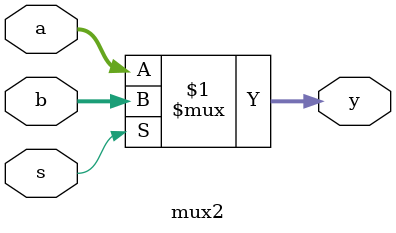
<source format=v>
`timescale 1ns / 1ps
module mux2 #(parameter width=4)
	(
    input [width-1:0] a,
    input [width-1:0] b,
	input s,
    output [width-1:0] y
    );

assign	y=s?b:a;
endmodule

</source>
